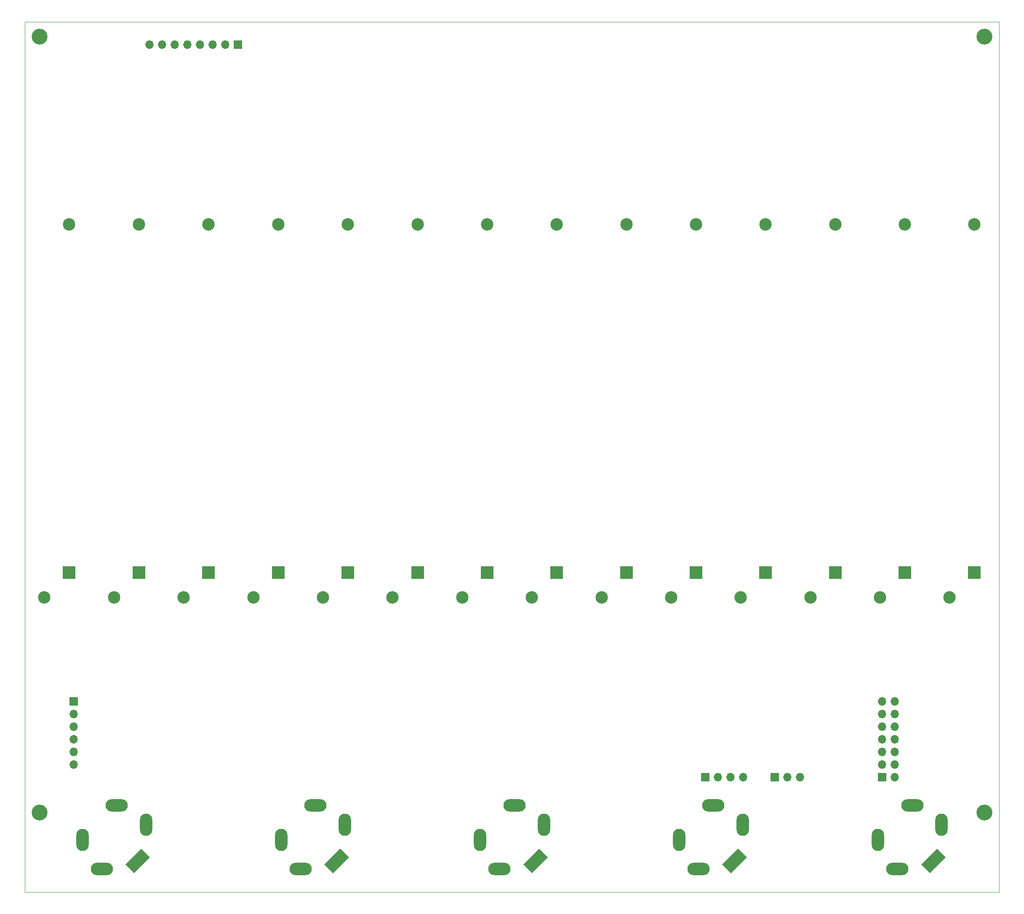
<source format=gbr>
%TF.GenerationSoftware,KiCad,Pcbnew,5.1.10-88a1d61d58~90~ubuntu20.04.1*%
%TF.CreationDate,2021-10-24T07:22:01-04:00*%
%TF.ProjectId,ysFFB,79734646-422e-46b6-9963-61645f706362,rev?*%
%TF.SameCoordinates,Original*%
%TF.FileFunction,Soldermask,Bot*%
%TF.FilePolarity,Negative*%
%FSLAX46Y46*%
G04 Gerber Fmt 4.6, Leading zero omitted, Abs format (unit mm)*
G04 Created by KiCad (PCBNEW 5.1.10-88a1d61d58~90~ubuntu20.04.1) date 2021-10-24 07:22:01*
%MOMM*%
%LPD*%
G01*
G04 APERTURE LIST*
%TA.AperFunction,Profile*%
%ADD10C,0.100000*%
%TD*%
%ADD11C,2.500000*%
%ADD12R,2.500000X2.500000*%
%ADD13O,1.700000X1.700000*%
%ADD14R,1.700000X1.700000*%
%ADD15O,4.500001X2.500001*%
%ADD16O,2.500000X4.500000*%
%ADD17O,2.500000X4.500001*%
%ADD18C,0.100000*%
%ADD19O,4.500000X2.500000*%
%ADD20C,3.200000*%
G04 APERTURE END LIST*
D10*
X-5200000Y-32000000D02*
X-5200000Y-207000000D01*
X-201200000Y-32000000D02*
X-5200000Y-32000000D01*
X-5200000Y-207000000D02*
X-201200000Y-207000000D01*
X-201200000Y-207000000D02*
X-201200000Y-32000000D01*
D11*
%TO.C,RV6*%
X-66206000Y-72745000D03*
X-71206000Y-147745000D03*
D12*
X-66206000Y-142745000D03*
%TD*%
D13*
%TO.C,J16*%
X-45320000Y-183870000D03*
X-47860000Y-183870000D03*
D14*
X-50400000Y-183870000D03*
%TD*%
D13*
%TO.C,J15*%
X-56750000Y-183870000D03*
X-59290000Y-183870000D03*
X-61830000Y-183870000D03*
D14*
X-64370000Y-183870000D03*
%TD*%
D11*
%TO.C,RV2*%
X-80206000Y-72745000D03*
X-85206000Y-147745000D03*
D12*
X-80206000Y-142745000D03*
%TD*%
D15*
%TO.C,J10*%
X-25700000Y-202400000D03*
D16*
X-16800000Y-193500000D03*
D17*
X-29600000Y-196500000D03*
D18*
G36*
X-17752893Y-198265126D02*
G01*
X-15985126Y-200032893D01*
X-19167107Y-203214874D01*
X-20934874Y-201447107D01*
X-17752893Y-198265126D01*
G37*
D19*
X-22700000Y-189600000D03*
%TD*%
D13*
%TO.C,J7*%
X-176130000Y-36550000D03*
X-173590000Y-36550000D03*
X-171050000Y-36550000D03*
X-168510000Y-36550000D03*
X-165970000Y-36550000D03*
X-163430000Y-36550000D03*
X-160890000Y-36550000D03*
D14*
X-158350000Y-36550000D03*
%TD*%
D11*
%TO.C,RV9*%
X-10206000Y-72745000D03*
X-15206000Y-147745000D03*
D12*
X-10206000Y-142745000D03*
%TD*%
D11*
%TO.C,RV14*%
X-192276000Y-72745000D03*
X-197276000Y-147745000D03*
D12*
X-192276000Y-142745000D03*
%TD*%
D11*
%TO.C,RV13*%
X-178206000Y-72745000D03*
X-183206000Y-147745000D03*
D12*
X-178206000Y-142745000D03*
%TD*%
D20*
%TO.C,H8*%
X-8200000Y-191000000D03*
%TD*%
D11*
%TO.C,RV1*%
X-108206000Y-72745000D03*
X-113206000Y-147745000D03*
D12*
X-108206000Y-142745000D03*
%TD*%
D11*
%TO.C,RV7*%
X-94206000Y-72745000D03*
X-99206000Y-147745000D03*
D12*
X-94206000Y-142745000D03*
%TD*%
D13*
%TO.C,J9*%
X-191370000Y-181330000D03*
X-191370000Y-178790000D03*
X-191370000Y-176250000D03*
X-191370000Y-173710000D03*
X-191370000Y-171170000D03*
D14*
X-191370000Y-168630000D03*
%TD*%
D11*
%TO.C,RV8*%
X-122206000Y-72745000D03*
X-127206000Y-147745000D03*
D12*
X-122206000Y-142745000D03*
%TD*%
D15*
%TO.C,J12*%
X-145700000Y-202400000D03*
D16*
X-136800000Y-193500000D03*
D17*
X-149600000Y-196500000D03*
D18*
G36*
X-137752893Y-198265126D02*
G01*
X-135985126Y-200032893D01*
X-139167107Y-203214874D01*
X-140934874Y-201447107D01*
X-137752893Y-198265126D01*
G37*
D19*
X-142700000Y-189600000D03*
%TD*%
D11*
%TO.C,RV11*%
X-136206000Y-72745000D03*
X-141206000Y-147745000D03*
D12*
X-136206000Y-142745000D03*
%TD*%
D13*
%TO.C,J8*%
X-26270000Y-168630000D03*
X-28810000Y-168630000D03*
X-26270000Y-171170000D03*
X-28810000Y-171170000D03*
X-26270000Y-173710000D03*
X-28810000Y-173710000D03*
X-26270000Y-176250000D03*
X-28810000Y-176250000D03*
X-26270000Y-178790000D03*
X-28810000Y-178790000D03*
X-26270000Y-181330000D03*
X-28810000Y-181330000D03*
X-26270000Y-183870000D03*
D14*
X-28810000Y-183870000D03*
%TD*%
D20*
%TO.C,H7*%
X-198200000Y-191000000D03*
%TD*%
%TO.C,H5*%
X-198200000Y-35000000D03*
%TD*%
%TO.C,H6*%
X-8200000Y-35000000D03*
%TD*%
D11*
%TO.C,RV4*%
X-24206000Y-72745000D03*
X-29206000Y-147745000D03*
D12*
X-24206000Y-142745000D03*
%TD*%
D11*
%TO.C,RV12*%
X-150206000Y-72745000D03*
X-155206000Y-147745000D03*
D12*
X-150206000Y-142745000D03*
%TD*%
D11*
%TO.C,RV3*%
X-52206000Y-72745000D03*
X-57206000Y-147745000D03*
D12*
X-52206000Y-142745000D03*
%TD*%
D15*
%TO.C,J11*%
X-65700000Y-202400000D03*
D16*
X-56800000Y-193500000D03*
D17*
X-69600000Y-196500000D03*
D18*
G36*
X-57752893Y-198265126D02*
G01*
X-55985126Y-200032893D01*
X-59167107Y-203214874D01*
X-60934874Y-201447107D01*
X-57752893Y-198265126D01*
G37*
D19*
X-62700000Y-189600000D03*
%TD*%
D15*
%TO.C,J14*%
X-105700000Y-202400000D03*
D16*
X-96800000Y-193500000D03*
D17*
X-109600000Y-196500000D03*
D18*
G36*
X-97752893Y-198265126D02*
G01*
X-95985126Y-200032893D01*
X-99167107Y-203214874D01*
X-100934874Y-201447107D01*
X-97752893Y-198265126D01*
G37*
D19*
X-102700000Y-189600000D03*
%TD*%
D15*
%TO.C,J13*%
X-185700000Y-202400000D03*
D16*
X-176800000Y-193500000D03*
D17*
X-189600000Y-196500000D03*
D18*
G36*
X-177752893Y-198265126D02*
G01*
X-175985126Y-200032893D01*
X-179167107Y-203214874D01*
X-180934874Y-201447107D01*
X-177752893Y-198265126D01*
G37*
D19*
X-182700000Y-189600000D03*
%TD*%
D11*
%TO.C,RV10*%
X-164206000Y-72745000D03*
X-169206000Y-147745000D03*
D12*
X-164206000Y-142745000D03*
%TD*%
D11*
%TO.C,RV5*%
X-38206000Y-72745000D03*
X-43206000Y-147745000D03*
D12*
X-38206000Y-142745000D03*
%TD*%
M02*

</source>
